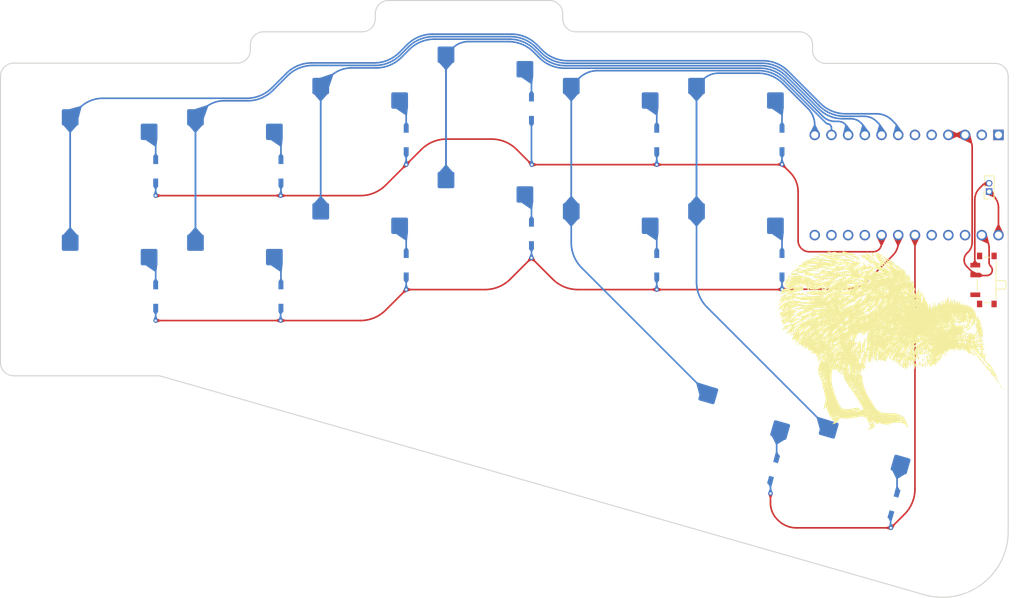
<source format=kicad_pcb>
(kicad_pcb (version 20240108) (generator "pcbnew") (generator_version "8.0")
  (layers (0 "F.Cu" signal) (31 "B.Cu" signal) (34 "B.Paste" user) (35 "F.Paste" user) (36 "B.SilkS" user "B.Silkscreen") (37 "F.SilkS" user "F.Silkscreen") (38 "B.Mask" user) (39 "F.Mask" user) (44 "Edge.Cuts" user))
  (net 0 "")
  (net 1 "COLUMN 0")
  (net 2 "COLUMN 1")
  (net 3 "COLUMN 2")
  (net 4 "COLUMN 3")
  (net 5 "COLUMN 4")
  (net 6 "COLUMN 5")
  (net 7 "Row 0")
  (net 8 "Row 1")
  (net 9 "Row 2")
  (net 10 "Net-(BT201--)")
  (net 11 "Net-(BT201-+)")
  (net 12 "Net-(D201-A)")
  (net 13 "Net-(D202-A)")
  (net 14 "Net-(D203-A)")
  (net 15 "Net-(D204-A)")
  (net 16 "Net-(D205-A)")
  (net 17 "Net-(D206-A)")
  (net 18 "Net-(D207-A)")
  (net 19 "Net-(D208-A)")
  (net 20 "Net-(D209-A)")
  (net 21 "Net-(D210-A)")
  (net 22 "Net-(D211-A)")
  (net 23 "Net-(D212-A)")
  (net 24 "Net-(D213-A)")
  (net 25 "Net-(D214-A)")
  (net 26 "GND2")
  (footprint "PCM_Switch_Keyboard_Hotswap_Kailh:SW_Hotswap_Kailh_Choc_V1" (layer "F.Cu") (at 261.6293 117.4927)
    (property "Reference" "SW203" (hide yes))
    (property "Value" "SW_Push" (hide yes))
  )
  (footprint "PCM_Switch_Keyboard_Hotswap_Kailh:SW_Hotswap_Kailh_Choc_V1" (layer "F.Cu") (at 261.6293 136.5427)
    (property "Reference" "SW209" (hide yes))
    (property "Value" "SW_Push" (hide yes))
  )
  (footprint "PCM_Switch_Keyboard_Hotswap_Kailh:SW_Hotswap_Kailh_Choc_V1" (layer "F.Cu") (at 223.5293 122.2552)
    (property "Reference" "SW201" (hide yes))
    (property "Value" "SW_Push" (hide yes))
  )
  (footprint "PCM_Switch_Keyboard_Hotswap_Kailh:SW_Hotswap_Kailh_Choc_V1" (layer "F.Cu") (at 223.5293 141.3052)
    (property "Reference" "SW207" (hide yes))
    (property "Value" "SW_Push" (hide yes))
  )
  (footprint "PCM_Switch_Keyboard_Hotswap_Kailh:SW_Hotswap_Kailh_Choc_V1" (layer "F.Cu") (at 242.5793 141.3052)
    (property "Reference" "SW208" (hide yes))
    (property "Value" "SW_Push" (hide yes))
  )
  (footprint "PCM_Switch_Keyboard_Hotswap_Kailh:SW_Hotswap_Kailh_Choc_V1" (layer "F.Cu") (at 318.7793 136.5427)
    (property "Reference" "SW212" (hide yes))
    (property "Value" "SW_Push" (hide yes))
  )
  (footprint "PCM_Switch_Keyboard_Hotswap_Kailh:SW_Hotswap_Kailh_Choc_V1" (layer "F.Cu") (at 318.7793 117.4927)
    (property "Reference" "SW206" (hide yes))
    (property "Value" "SW_Push" (hide yes))
  )
  (footprint "Button_Switch_SMD:SW_SPDT_PCM12" (layer "F.Cu") (at 359.104307 140.9802 90)
    (property "Reference" "SW215" (hide yes))
    (property "Value" "SW_SPST" (hide yes))
  )
  (footprint "PCM_Switch_Keyboard_Hotswap_Kailh:SW_Hotswap_Kailh_Choc_V1" (layer "F.Cu") (at 242.5793 122.2552)
    (property "Reference" "SW202" (hide yes))
    (property "Value" "SW_Push" (hide yes))
  )
  (footprint "Connector_PinHeader_1.27mm:PinHeader_2x01_P1.27mm_Vertical" (layer "F.Cu") (at 359.7793 127.5427 90)
    (property "Reference" "BT201" (hide yes))
    (property "Value" "Battery_Cell" (hide yes))
  )
  (footprint "PCM_Switch_Keyboard_Hotswap_Kailh:SW_Hotswap_Kailh_Choc_V1" (layer "F.Cu") (at 299.7293 117.4927)
    (property "Reference" "SW205" (hide yes))
    (property "Value" "SW_Push" (hide yes))
  )
  (footprint "PCM_Switch_Keyboard_Hotswap_Kailh:SW_Hotswap_Kailh_Choc_V1" (layer "F.Cu") (at 337.091335 170.354809 -16)
    (property "Reference" "SW214" (hide yes))
    (property "Value" "SW_Push" (hide yes))
  )
  (footprint "PCM_Switch_Keyboard_Hotswap_Kailh:SW_Hotswap_Kailh_Choc_V1" (layer "F.Cu") (at 299.7293 136.5427)
    (property "Reference" "SW211" (hide yes))
    (property "Value" "SW_Push" (hide yes))
  )
  (footprint "PCM_Switch_Keyboard_Hotswap_Kailh:SW_Hotswap_Kailh_Choc_V1" (layer "F.Cu") (at 280.6793 131.7802)
    (property "Reference" "SW210" (hide yes))
    (property "Value" "SW_Push" (hide yes))
  )
  (footprint "graphics:kiwi" (layer "F.Cu") (at 346.3503 152.199831 180)
    (property "Reference" "G***" (hide yes))
    (property "Value" "LOGO" (hide yes))
  )
  (footprint "PCM_Switch_Keyboard_Hotswap_Kailh:SW_Hotswap_Kailh_Choc_V1" (layer "F.Cu") (at 318.7793 165.1177 -16)
    (property "Reference" "SW213" (hide yes))
    (property "Value" "SW_Push" (hide yes))
  )
  (footprint "promicro:ProMicro-NoSilk" (layer "F.Cu") (at 347.2293 126.5427 180)
    (property "Reference" "U201" (hide yes))
    (property "Value" "ProMicro" (hide yes))
  )
  (footprint "PCM_Switch_Keyboard_Hotswap_Kailh:SW_Hotswap_Kailh_Choc_V1" (layer "F.Cu") (at 280.6793 112.7302)
    (property "Reference" "SW204" (hide yes))
    (property "Value" "SW_Push" (hide yes))
  )
  (footprint "1N4148W:SOD3716X145N" (layer "B.Cu") (at 252.0793 143.5052 90)
    (property "Reference" "D208" (hide yes))
    (property "Value" "D" (hide yes))
  )
  (footprint "1N4148W:SOD3716X145N" (layer "B.Cu") (at 328.2793 119.6927 90)
    (property "Reference" "D206" (hide yes))
    (property "Value" "D" (hide yes))
  )
  (footprint "1N4148W:SOD3716X145N" (layer "B.Cu") (at 309.2293 138.7427 90)
    (property "Reference" "D211" (hide yes))
    (property "Value" "D" (hide yes))
  )
  (footprint "1N4148W:SOD3716X145N" (layer "B.Cu") (at 233.0293 124.4552 90)
    (property "Reference" "D201" (hide yes))
    (property "Value" "D" (hide yes))
  )
  (footprint "1N4148W:SOD3716X145N" (layer "B.Cu") (at 271.1293 119.6927 90)
    (property "Reference" "D203" (hide yes))
    (property "Value" "D" (hide yes))
  )
  (footprint "1N4148W:SOD3716X145N" (layer "B.Cu") (at 252.0793 124.4552 90)
    (property "Reference" "D202" (hide yes))
    (property "Value" "D" (hide yes))
  )
  (footprint "1N4148W:SOD3716X145N" (layer "B.Cu") (at 309.2293 119.6927 90)
    (property "Reference" "D205" (hide yes))
    (property "Value" "D" (hide yes))
  )
  (footprint "1N4148W:SOD3716X145N" (layer "B.Cu") (at 233.0293 143.5052 90)
    (property "Reference" "D207" (hide yes))
    (property "Value" "D" (hide yes))
  )
  (footprint "1N4148W:SOD3716X145N" (layer "B.Cu") (at 271.1293 138.7427 90)
    (property "Reference" "D209" (hide yes))
    (property "Value" "D" (hide yes))
  )
  (footprint "1N4148W:SOD3716X145N" (layer "B.Cu") (at 326.997446 169.807823 74)
    (property "Reference" "D213" (hide yes))
    (property "Value" "D" (hide yes))
  )
  (footprint "1N4148W:SOD3716X145N" (layer "B.Cu") (at 290.1793 133.9802 90)
    (property "Reference" "D210" (hide yes))
    (property "Value" "D" (hide yes))
  )
  (footprint "1N4148W:SOD3716X145N" (layer "B.Cu") (at 345.309481 175.044932 74)
    (property "Reference" "D214" (hide yes))
    (property "Value" "D" (hide yes))
  )
  (footprint "1N4148W:SOD3716X145N" (layer "B.Cu") (at 328.2793 138.7427 90)
    (property "Reference" "D212" (hide yes))
    (property "Value" "D" (hide yes))
  )
  (footprint "1N4148W:SOD3716X145N" (layer "B.Cu") (at 290.1793 114.9302 90)
    (property "Reference" "D204" (hide yes))
    (property "Value" "D" (hide yes))
  )
  (gr_line (start 362.6793 110.0427) (end 362.6793 179.239583) (stroke (width 0.15)) (layer "Edge.Cuts"))
  (gr_line (start 296.9293 103.2427) (end 330.9293 103.2427) (stroke (width 0.15)) (layer "Edge.Cuts"))
  (gr_arc (start 266.4293 101.2427) (mid 265.843526 102.656933) (end 264.4293 103.2427) (stroke (width 0.15)) (layer "Edge.Cuts"))
  (gr_arc (start 266.4293 100.4802) (mid 267.015099 99.066006) (end 268.4293 98.4802) (stroke (width 0.15)) (layer "Edge.Cuts"))
  (gr_arc (start 330.9293 103.2427) (mid 332.343501 103.828485) (end 332.9293 105.2427) (stroke (width 0.15)) (layer "Edge.Cuts"))
  (gr_line (start 264.4293 103.2427) (end 249.4293 103.2427) (stroke (width 0.15)) (layer "Edge.Cuts"))
  (gr_arc (start 362.6793 179.239583) (mid 358.699016 187.224806) (end 349.926658 188.853269) (stroke (width 0.15)) (layer "Edge.Cuts"))
  (gr_line (start 247.4293 105.2427) (end 247.4293 106.0052) (stroke (width 0.15)) (layer "Edge.Cuts"))
  (gr_arc (start 247.4293 105.2427) (mid 248.015099 103.828506) (end 249.4293 103.2427) (stroke (width 0.15)) (layer "Edge.Cuts"))
  (gr_arc (start 292.9293 98.4802) (mid 294.343501 99.065985) (end 294.9293 100.4802) (stroke (width 0.15)) (layer "Edge.Cuts"))
  (gr_arc (start 296.9293 103.2427) (mid 295.515074 102.656912) (end 294.9293 101.2427) (stroke (width 0.15)) (layer "Edge.Cuts"))
  (gr_arc (start 209.4293 110.0052) (mid 210.015099 108.591006) (end 211.4293 108.0052) (stroke (width 0.15)) (layer "Edge.Cuts"))
  (gr_line (start 294.9293 101.2427) (end 294.9293 100.4802) (stroke (width 0.15)) (layer "Edge.Cuts"))
  (gr_line (start 266.4293 100.4802) (end 266.4293 101.2427) (stroke (width 0.15)) (layer "Edge.Cuts"))
  (gr_arc (start 247.4293 106.0052) (mid 246.843526 107.419433) (end 245.4293 108.0052) (stroke (width 0.15)) (layer "Edge.Cuts"))
  (gr_arc (start 334.9293 108.0427) (mid 333.515074 107.456912) (end 332.9293 106.0427) (stroke (width 0.15)) (layer "Edge.Cuts"))
  (gr_line (start 233.90273 155.632677) (end 349.926658 188.853269) (stroke (width 0.15)) (layer "Edge.Cuts"))
  (gr_arc (start 233.351455 155.5552) (mid 233.629802 155.574663) (end 233.90273 155.632677) (stroke (width 0.15)) (layer "Edge.Cuts"))
  (gr_line (start 211.4293 155.5552) (end 233.351455 155.5552) (stroke (width 0.15)) (layer "Edge.Cuts"))
  (gr_line (start 211.4293 108.0052) (end 245.4293 108.0052) (stroke (width 0.15)) (layer "Edge.Cuts"))
  (gr_line (start 209.4293 153.5552) (end 209.4293 110.0052) (stroke (width 0.15)) (layer "Edge.Cuts"))
  (gr_line (start 332.9293 106.0427) (end 332.9293 105.2427) (stroke (width 0.15)) (layer "Edge.Cuts"))
  (gr_arc (start 360.6793 108.0427) (mid 362.093501 108.628485) (end 362.6793 110.0427) (stroke (width 0.15)) (layer "Edge.Cuts"))
  (gr_line (start 360.6793 108.0427) (end 334.9293 108.0427) (stroke (width 0.15)) (layer "Edge.Cuts"))
  (gr_line (start 292.9293 98.4802) (end 268.4293 98.4802) (stroke (width 0.15)) (layer "Edge.Cuts"))
  (gr_arc (start 211.4293 155.5552) (mid 210.015074 154.969412) (end 209.4293 153.5552) (stroke (width 0.15)) (layer "Edge.Cuts"))
  (segment (start 252.902006 109.569992) (end 250.712592 111.759407) (width 0.25) (layer "B.Cu") (net 1))
  (segment (start 220.0293 116.2552) (end 220.0293 135.3052) (width 0.25) (layer "B.Cu") (net 1))
  (segment (start 345.9593 118.2822) (end 345.9593 118.9227) (width 0.25) (layer "B.Cu") (net 1))
  (segment (start 342.664583 115.7117) (end 337.952263 115.7117) (width 0.25) (layer "B.Cu") (net 1))
  (segment (start 220.0293 116.2552) (end 221.4803 114.8042) (width 0.25) (layer "B.Cu") (net 1))
  (segment (start 270.089592 106.382406) (end 271.279007 105.192992) (width 0.25) (layer "B.Cu") (net 1))
  (segment (start 220.0293 116.2552) (end 220.0293 135.3052) (width 0.25) (layer "B.Cu") (net 1))
  (segment (start 290.979592 105.192992) (end 291.835507 106.048907) (width 0.25) (layer "B.Cu") (net 1))
  (segment (start 287.131836 103.5992) (end 275.126763 103.5992) (width 0.25) (layer "B.Cu") (net 1))
  (segment (start 295.683263 107.6427) (end 325.375336 107.6427) (width 0.25) (layer "B.Cu") (net 1))
  (segment (start 334.104507 114.117907) (end 329.223092 109.236492) (width 0.25) (layer "B.Cu") (net 1))
  (segment (start 224.983323 113.3532) (end 246.864836 113.3532) (width 0.25) (layer "B.Cu") (net 1))
  (segment (start 266.241836 107.9762) (end 256.749763 107.9762) (width 0.25) (layer "B.Cu") (net 1))
  (segment (start 345.506398 117.188798) (end 344.9943 116.6767) (width 0.25) (layer "B.Cu") (net 1))
  (arc (start 345.506398 117.188798) (mid 345.841594 117.690455) (end 345.9593 118.2822) (width 0.25) (layer "B.Cu") (net 1))
  (arc (start 329.223092 109.236492) (mid 327.457726 108.056913) (end 325.375336 107.6427) (width 0.25) (layer "B.Cu") (net 1))
  (arc (start 256.749763 107.9762) (mid 254.667372 108.390413) (end 252.902006 109.569992) (width 0.25) (layer "B.Cu") (net 1))
  (arc (start 291.835507 106.048907) (mid 293.600872 107.228486) (end 295.683263 107.6427) (width 0.25) (layer "B.Cu") (net 1))
  (arc (start 334.104507 114.117907) (mid 335.869872 115.297486) (end 337.952263 115.7117) (width 0.25) (layer "B.Cu") (net 1))
  (arc (start 344.9943 116.6767) (mid 343.925416 115.962495) (end 342.664583 115.7117) (width 0.25) (layer "B.Cu") (net 1))
  (arc (start 275.126763 103.5992) (mid 273.044372 104.013413) (end 271.279007 105.192992) (width 0.25) (layer "B.Cu") (net 1))
  (arc (start 224.983323 113.3532) (mid 223.0875 113.730302) (end 221.4803 114.8042) (width 0.25) (layer "B.Cu") (net 1))
  (arc (start 290.979592 105.192992) (mid 289.214226 104.013413) (end 287.131836 103.5992) (width 0.25) (layer "B.Cu") (net 1))
  (arc (start 250.712592 111.759407) (mid 248.947226 112.938986) (end 246.864836 113.3532) (width 0.25) (layer "B.Cu") (net 1))
  (arc (start 270.089592 106.382406) (mid 268.324226 107.561986) (end 266.241836 107.9762) (width 0.25) (layer "B.Cu") (net 1))
  (segment (start 266.397994 108.3532) (end 256.905921 108.3532) (width 0.25) (layer "B.Cu") (net 2))
  (segment (start 340.783527 116.0887) (end 337.796105 116.0887) (width 0.25) (layer "B.Cu") (net 2))
  (segment (start 240.3418 114.9927) (end 239.0793 116.2552) (width 0.25) (layer "B.Cu") (net 2))
  (segment (start 271.435164 105.569992) (end 270.24575 106.759407) (width 0.25) (layer "B.Cu") (net 2))
  (segment (start 329.066934 109.613492) (end 333.948349 114.494907) (width 0.25) (layer "B.Cu") (net 2))
  (segment (start 239.0793 135.3052) (end 239.0793 116.2552) (width 0.25) (layer "B.Cu") (net 2))
  (segment (start 275.282921 103.9762) (end 286.975678 103.9762) (width 0.25) (layer "B.Cu") (net 2))
  (segment (start 343.4193 118.2777) (end 343.4193 118.9227) (width 0.25) (layer "B.Cu") (net 2))
  (segment (start 295.527105 108.0197) (end 325.219178 108.0197) (width 0.25) (layer "B.Cu") (net 2))
  (segment (start 342.963216 117.176616) (end 342.6473 116.8607) (width 0.25) (layer "B.Cu") (net 2))
  (segment (start 291.679349 106.425907) (end 290.823434 105.569992) (width 0.25) (layer "B.Cu") (net 2))
  (segment (start 239.0793 135.3052) (end 239.0793 116.2552) (width 0.25) (layer "B.Cu") (net 2))
  (segment (start 250.86875 112.136407) (end 253.058165 109.946992) (width 0.25) (layer "B.Cu") (net 2))
  (segment (start 247.020994 113.7302) (end 243.389744 113.7302) (width 0.25) (layer "B.Cu") (net 2))
  (arc (start 256.905921 108.3532) (mid 254.82353 108.767413) (end 253.058165 109.946992) (width 0.25) (layer "B.Cu") (net 2))
  (arc (start 270.24575 106.759407) (mid 268.480384 107.938986) (end 266.397994 108.3532) (width 0.25) (layer "B.Cu") (net 2))
  (arc (start 342.963216 117.176616) (mid 343.300767 117.681797) (end 343.4193 118.2777) (width 0.25) (layer "B.Cu") (net 2))
  (arc (start 275.282921 103.9762) (mid 273.20053 104.390413) (end 271.435164 105.569992) (width 0.25) (layer "B.Cu") (net 2))
  (arc (start 243.389744 113.7302) (mid 241.740208 114.058313) (end 240.3418 114.9927) (width 0.25) (layer "B.Cu") (net 2))
  (arc (start 329.066934 109.613492) (mid 327.301568 108.433913) (end 325.219178 108.0197) (width 0.25) (layer "B.Cu") (net 2))
  (arc (start 250.86875 112.136407) (mid 249.103384 113.315986) (end 247.020994 113.7302) (width 0.25) (layer "B.Cu") (net 2))
  (arc (start 291.679349 106.425907) (mid 293.444714 107.605486) (end 295.527105 108.0197) (width 0.25) (layer "B.Cu") (net 2))
  (arc (start 290.823434 105.569992) (mid 289.058068 104.390413) (end 286.975678 103.9762) (width 0.25) (layer "B.Cu") (net 2))
  (arc (start 342.6473 116.8607) (mid 341.792193 116.289336) (end 340.783527 116.0887) (width 0.25) (layer "B.Cu") (net 2))
  (arc (start 333.948349 114.494907) (mid 335.713714 115.674486) (end 337.796105 116.0887) (width 0.25) (layer "B.Cu") (net 2))
  (segment (start 259.51055 110.11145) (end 258.1293 111.4927) (width 0.25) (layer "B.Cu") (net 3))
  (segment (start 291.523191 106.802907) (end 290.667276 105.946992) (width 0.25) (layer "B.Cu") (net 3))
  (segment (start 258.1293 111.4927) (end 258.1293 130.5427) (width 0.25) (layer "B.Cu") (net 3))
  (segment (start 295.370947 108.3967) (end 325.06302 108.3967) (width 0.25) (layer "B.Cu") (net 3))
  (segment (start 262.845182 108.7302) (end 266.554152 108.7302) (width 0.25) (layer "B.Cu") (net 3))
  (segment (start 340.444429 117.257829) (end 340.2658 117.0792) (width 0.25) (layer "B.Cu") (net 3))
  (segment (start 340.8793 118.3077) (end 340.8793 118.9227) (width 0.25) (layer "B.Cu") (net 3))
  (segment (start 275.439079 104.3532) (end 286.81952 104.3532) (width 0.25) (layer "B.Cu") (net 3))
  (segment (start 338.784679 116.4657) (end 337.519142 116.4657) (width 0.25) (layer "B.Cu") (net 3))
  (segment (start 333.877613 114.957329) (end 328.910776 109.990492) (width 0.25) (layer "B.Cu") (net 3))
  (segment (start 258.1293 111.4927) (end 258.1293 130.5427) (width 0.25) (layer "B.Cu") (net 3))
  (segment (start 271.591322 105.946992) (end 270.401908 107.136407) (width 0.25) (layer "B.Cu") (net 3))
  (arc (start 290.667276 105.946992) (mid 288.90191 104.767413) (end 286.81952 104.3532) (width 0.25) (layer "B.Cu") (net 3))
  (arc (start 328.910776 109.990492) (mid 327.14541 108.810913) (end 325.06302 108.3967) (width 0.25) (layer "B.Cu") (net 3))
  (arc (start 291.523191 106.802907) (mid 293.288556 107.982486) (end 295.370947 108.3967) (width 0.25) (layer "B.Cu") (net 3))
  (arc (start 333.877613 114.957329) (mid 335.54836 116.073687) (end 337.519142 116.4657) (width 0.25) (layer "B.Cu") (net 3))
  (arc (start 262.845182 108.7302) (mid 261.040492 109.089175) (end 259.51055 110.11145) (width 0.25) (layer "B.Cu") (net 3))
  (arc (start 340.444429 117.257829) (mid 340.76628 117.739514) (end 340.8793 118.3077) (width 0.25) (layer "B.Cu") (net 3))
  (arc (start 275.439079 104.3532) (mid 273.356688 104.767413) (end 271.591322 105.946992) (width 0.25) (layer "B.Cu") (net 3))
  (arc (start 340.2658 117.0792) (mid 339.586256 116.625143) (end 338.784679 116.4657) (width 0.25) (layer "B.Cu") (net 3))
  (arc (start 270.401908 107.136407) (mid 268.636542 108.315986) (end 266.554152 108.7302) (width 0.25) (layer "B.Cu") (net 3))
  (segment (start 290.511118 106.323992) (end 291.367033 107.179907) (width 0.25) (layer "B.Cu") (net 4))
  (segment (start 336.825096 116.8657) (end 336.352563 116.8657) (width 0.25) (layer "B.Cu") (net 4))
  (segment (start 278.1793 105.7302) (end 277.1793 106.7302) (width 0.25) (layer "B.Cu") (net 4))
  (segment (start 280.593513 104.7302) (end 286.663362 104.7302) (width 0.25) (layer "B.Cu") (net 4))
  (segment (start 337.8958 117.3092) (end 337.925642 117.339042) (width 0.25) (layer "B.Cu") (net 4))
  (segment (start 277.1793 106.7302) (end 277.1793 125.7802) (width 0.25) (layer "B.Cu") (net 4))
  (segment (start 277.1793 106.7302) (end 277.1793 125.7802) (width 0.25) (layer "B.Cu") (net 4))
  (segment (start 324.906862 108.7737) (end 295.214789 108.7737) (width 0.25) (layer "B.Cu") (net 4))
  (segment (start 328.754618 110.367492) (end 334.475194 116.088068) (width 0.25) (layer "B.Cu") (net 4))
  (segment (start 338.3393 118.3377) (end 338.3393 118.9227) (width 0.25) (layer "B.Cu") (net 4))
  (arc (start 280.593513 104.7302) (mid 279.28695 104.990091) (end 278.1793 105.7302) (width 0.25) (layer "B.Cu") (net 4))
  (arc (start 291.367033 107.179907) (mid 293.132398 108.359486) (end 295.214789 108.7737) (width 0.25) (layer "B.Cu") (net 4))
  (arc (start 334.475194 116.088068) (mid 335.336538 116.6636) (end 336.352563 116.8657) (width 0.25) (layer "B.Cu") (net 4))
  (arc (start 290.511118 106.323992) (mid 288.745752 105.144413) (end 286.663362 104.7302) (width 0.25) (layer "B.Cu") (net 4))
  (arc (start 337.8958 117.3092) (mid 337.404556 116.980961) (end 336.825096 116.8657) (width 0.25) (layer "B.Cu") (net 4))
  (arc (start 337.925642 117.339042) (mid 338.231793 117.79723) (end 338.3393 118.3377) (width 0.25) (layer "B.Cu") (net 4))
  (arc (start 328.754618 110.367492) (mid 326.989252 109.187913) (end 324.906862 108.7737) (width 0.25) (layer "B.Cu") (net 4))
  (segment (start 296.2293 111.4927) (end 296.2293 130.5427) (width 0.25) (layer "B.Cu") (net 5))
  (segment (start 296.2293 111.4927) (end 296.2293 130.5427) (width 0.25) (layer "B.Cu") (net 5))
  (segment (start 296.2293 135.292027) (end 296.2293 130.5427) (width 0.25) (layer "B.Cu") (net 5))
  (segment (start 335.546903 117.360303) (end 335.6143 117.4277) (width 0.25) (layer "B.Cu") (net 5))
  (segment (start 335.7993 117.874329) (end 335.7993 118.9227) (width 0.25) (layer "B.Cu") (net 5))
  (segment (start 324.750704 109.1507) (end 300.227344 109.1507) (width 0.25) (layer "B.Cu") (net 5))
  (segment (start 328.59846 110.744492) (end 334.979064 117.125096) (width 0.25) (layer "B.Cu") (net 5))
  (segment (start 297.823092 139.139783) (end 317.068708 158.385399) (width 0.25) (layer "B.Cu") (net 5))
  (segment (start 297.4003 110.3217) (end 296.2293 111.4927) (width 0.25) (layer "B.Cu") (net 5))
  (arc (start 335.6143 117.4277) (mid 335.75122 117.632615) (end 335.7993 117.874329) (width 0.25) (layer "B.Cu") (net 5))
  (arc (start 328.59846 110.744492) (mid 326.833094 109.564913) (end 324.750704 109.1507) (width 0.25) (layer "B.Cu") (net 5))
  (arc (start 335.546903 117.360303) (mid 335.416639 117.273264) (end 335.262984 117.2427) (width 0.25) (layer "B.Cu") (net 5))
  (arc (start 334.979064 117.125096) (mid 335.109327 117.212135) (end 335.262984 117.2427) (width 0.25) (layer "B.Cu") (net 5))
  (arc (start 296.2293 135.292027) (mid 296.643513 137.374417) (end 297.823092 139.139783) (width 0.25) (layer "B.Cu") (net 5))
  (arc (start 300.227344 109.1507) (mid 298.697358 109.455032) (end 297.4003 110.3217) (width 0.25) (layer "B.Cu") (net 5))
  (segment (start 333.2593 117.430595) (end 333.2593 118.9227) (width 0.25) (layer "B.Cu") (net 6))
  (segment (start 318.633764 109.5277) (end 324.594546 109.5277) (width 0.25) (layer "B.Cu") (net 6))
  (segment (start 315.2793 111.4927) (end 315.2793 130.5427) (width 0.25) (layer "B.Cu") (net 6))
  (segment (start 315.2793 111.4927) (end 316.2618 110.5102) (width 0.25) (layer "B.Cu") (net 6))
  (segment (start 332.204222 114.883412) (end 328.442302 111.121492) (width 0.25) (layer "B.Cu") (net 6))
  (segment (start 315.2793 111.4927) (end 315.2793 130.5427) (width 0.25) (layer "B.Cu") (net 6))
  (segment (start 315.2793 141.267101) (end 315.2793 130.5427) (width 0.25) (layer "B.Cu") (net 6))
  (segment (start 316.873092 145.114857) (end 335.380743 163.622508) (width 0.25) (layer "B.Cu") (net 6))
  (arc (start 332.204222 114.883412) (mid 332.985094 116.052069) (end 333.2593 117.430595) (width 0.25) (layer "B.Cu") (net 6))
  (arc (start 315.2793 141.267101) (mid 315.693513 143.349491) (end 316.873092 145.114857) (width 0.25) (layer "B.Cu") (net 6))
  (arc (start 328.442302 111.121492) (mid 326.676936 109.941913) (end 324.594546 109.5277) (width 0.25) (layer "B.Cu") (net 6))
  (arc (start 318.633764 109.5277) (mid 317.350066 109.783043) (end 316.2618 110.5102) (width 0.25) (layer "B.Cu") (net 6))
  (segment (start 284.087855 119.555219) (end 277.270744 119.555219) (width 0.25) (layer "F.Cu") (net 7))
  (segment (start 328.2793 123.3927) (end 328.2543 123.4177) (width 0.25) (layer "F.Cu") (net 7))
  (segment (start 271.1293 123.4427) (end 268.010592 126.561407) (width 0.25) (layer "F.Cu") (net 7))
  (segment (start 287.935611 121.149011) (end 290.2293 123.4427) (width 0.25) (layer "F.Cu") (net 7))
  (segment (start 330.7293 134.985593) (end 330.7293 127.575111) (width 0.25) (layer "F.Cu") (net 7))
  (segment (start 343.4193 135.42944) (end 343.4193 134.1627) (width 0.25) (layer "F.Cu") (net 7))
  (segment (start 328.193944 123.4427) (end 309.2293 123.4427) (width 0.25) (layer "F.Cu") (net 7))
  (segment (start 252.0293 128.1552) (end 233.0293 128.1552) (width 0.25) (layer "F.Cu") (net 7))
  (segment (start 342.15604 136.6927) (end 332.436406 136.6927) (width 0.25) (layer "F.Cu") (net 7))
  (segment (start 271.1293 123.4427) (end 273.422988 121.149011) (width 0.25) (layer "F.Cu") (net 7))
  (segment (start 309.2293 123.4427) (end 290.2293 123.4427) (width 0.25) (layer "F.Cu") (net 7))
  (segment (start 252.0293 128.1552) (end 264.162836 128.1552) (width 0.25) (layer "F.Cu") (net 7))
  (segment (start 328.2793 123.3927) (end 329.5043 124.6177) (width 0.25) (layer "F.Cu") (net 7))
  (via micro (at 252.0293 128.1552) (size 0.6858) (drill 0.3302) (layers "F.Cu" "B.Cu") (net 7))
  (via micro (at 309.2293 123.4427) (size 0.6858) (drill 0.3302) (layers "F.Cu" "B.Cu") (net 7))
  (via micro (at 233.0293 128.1552) (size 0.6858) (drill 0.3302) (layers "F.Cu" "B.Cu") (net 7))
  (via micro (at 290.2293 123.4427) (size 0.6858) (drill 0.3302) (layers "F.Cu" "B.Cu") (net 7))
  (via micro (at 271.1293 123.4427) (size 0.6858) (drill 0.3302) (layers "F.Cu" "B.Cu") (net 7))
  (via micro (at 328.2793 123.3927) (size 0.6858) (drill 0.3302) (layers "F.Cu" "B.Cu") (net 7))
  (arc (start 277.270744 119.555219) (mid 275.188353 119.969432) (end 273.422988 121.149011) (width 0.25) (layer "F.Cu") (net 7))
  (arc (start 287.935611 121.149011) (mid 286.170245 119.969432) (end 284.087855 119.555219) (width 0.25) (layer "F.Cu") (net 7))
  (arc (start 343.4193 135.42944) (mid 343.32314 135.912869) (end 343.0493 136.3227) (width 0.25) (layer "F.Cu") (net 7))
  (arc (start 329.5043 124.6177) (mid 330.410932 125.974571) (end 330.7293 127.575111) (width 0.25) (layer "F.Cu") (net 7))
  (arc (start 328.2543 123.4177) (mid 328.226608 123.436202) (end 328.193944 123.4427) (width 0.25) (layer "F.Cu") (net 7))
  (arc (start 343.0493 136.3227) (mid 342.639469 136.59654) (end 342.15604 136.6927) (width 0.25) (layer "F.Cu") (net 7))
  (arc (start 331.2293 136.1927) (mid 331.783125 136.562754) (end 332.436406 136.6927) (width 0.25) (layer "F.Cu") (net 7))
  (arc (start 330.7293 134.985593) (mid 330.859245 135.638874) (end 331.2293 136.1927) (width 0.25) (layer "F.Cu") (net 7))
  (arc (start 268.010592 126.561407) (mid 266.245226 127.740986) (end 264.162836 128.1552) (width 0.25) (layer "F.Cu") (net 7))
  (segment (start 328.2793 123.3927) (end 328.2793 121.3927) (width 0.25) (layer "B.Cu") (net 7))
  (segment (start 252.0543 128.1302) (end 252.0293 128.1552) (width 0.25) (layer "B.Cu") (net 7))
  (segment (start 309.2293 123.4427) (end 309.2293 121.4427) (width 0.25) (layer "B.Cu") (net 7))
  (segment (start 290.1793 123.357344) (end 290.1793 116.6302) (width 0.25) (layer "B.Cu") (net 7))
  (segment (start 271.1293 123.4427) (end 271.1293 121.4427) (width 0.25) (layer "B.Cu") (net 7))
  (segment (start 252.0543 126.1802) (end 252.0293 126.1552) (width 0.25) (layer "B.Cu") (net 7))
  (segment (start 233.0293 128.1552) (end 233.0293 126.1552) (width 0.25) (layer "B.Cu") (net 7))
  (segment (start 252.0793 126.240555) (end 252.0793 128.069844) (width 0.25) (layer "B.Cu") (net 7))
  (segment (start 290.2293 123.4427) (end 290.2043 123.4177) (width 0.25) (layer "B.Cu") (net 7))
  (arc (start 252.0543 126.1802) (mid 252.072802 126.207891) (end 252.0793 126.240555) (width 0.25) (layer "B.Cu") (net 7))
  (arc (start 252.0793 128.069844) (mid 252.072802 128.102508) (end 252.0543 128.1302) (width 0.25) (layer "B.Cu") (net 7))
  (arc (start 290.1793 123.357344) (mid 290.185797 123.390008) (end 290.2043 123.4177) (width 0.25) (layer "B.Cu") (net 7))
  (segment (start 264.162836 147.1552) (end 252.0293 147.1552) (width 0.25) (layer "F.Cu") (net 8))
  (segment (start 290.1793 137.6302) (end 286.960592 140.848907) (width 0.25) (layer "F.Cu") (net 8))
  (segment (start 345.9593 135.2877) (end 345.9593 134.1627) (width 0.25) (layer "F.Cu") (net 8))
  (segment (start 271.1293 142.4427) (end 283.112836 142.4427) (width 0.25) (layer "F.Cu") (net 8))
  (segment (start 341.573092 140.798907) (end 345.163804 137.208195) (width 0.25) (layer "F.Cu") (net 8))
  (segment (start 328.2793 142.3927) (end 328.2543 142.4177) (width 0.25) (layer "F.Cu") (net 8))
  (segment (start 271.1293 142.4427) (end 268.010592 145.561407) (width 0.25) (layer "F.Cu") (net 8))
  (segment (start 328.193944 142.4427) (end 309.2293 142.4427) (width 0.25) (layer "F.Cu") (net 8))
  (segment (start 293.398007 140.848907) (end 290.1793 137.6302) (width 0.25) (layer "F.Cu") (net 8))
  (segment (start 297.245763 142.4427) (end 309.2293 142.4427) (width 0.25) (layer "F.Cu") (net 8))
  (segment (start 252.0293 147.1552) (end 233.0293 147.1552) (width 0.25) (layer "F.Cu") (net 8))
  (segment (start 328.2793 142.3927) (end 337.725336 142.3927) (width 0.25) (layer "F.Cu") (net 8))
  (via micro (at 290.1793 137.6302) (size 0.6858) (drill 0.3302) (layers "F.Cu" "B.Cu") (net 8))
  (via micro (at 252.0293 147.1552) (size 0.6858) (drill 0.3302) (layers "F.Cu" "B.Cu") (net 8))
  (via micro (at 233.0293 147.1552) (size 0.6858) (drill 0.3302) (layers "F.Cu" "B.Cu") (net 8))
  (via micro (at 328.2793 142.3927) (size 0.6858) (drill 0.3302) (layers "F.Cu" "B.Cu") (net 8))
  (via micro (at 271.1293 142.4427) (size 0.6858) (drill 0.3302) (layers "F.Cu" "B.Cu") (net 8))
  (via micro (at 309.2293 142.4427) (size 0.6858) (drill 0.3302) (layers "F.Cu" "B.Cu") (net 8))
  (arc (start 268.010592 145.561407) (mid 266.245226 146.740986) (end 264.162836 147.1552) (width 0.25) (layer "F.Cu") (net 8))
  (arc (start 345.9593 135.2877) (mid 345.752557 136.327064) (end 345.163804 137.208195) (width 0.25) (layer "F.Cu") (net 8))
  (arc (start 328.2543 142.4177) (mid 328.226608 142.436202) (end 328.193944 142.4427) (width 0.25) (layer "F.Cu") (net 8))
  (arc (start 293.398007 140.848907) (mid 295.163372 142.028486) (end 297.245763 142.4427) (width 0.25) (layer "F.Cu") (net 8))
  (arc (start 286.960592 140.848907) (mid 285.195226 142.028486) (end 283.112836 142.4427) (width 0.25) (layer "F.Cu") (net 8))
  (arc (start 341.573092 140.798907) (mid 339.807726 141.978486) (end 337.725336 142.3927) (width 0.25) (layer "F.Cu") (net 8))
  (segment (start 290.1793 137.6302) (end 290.1793 135.6302) (width 0.25) (layer "B.Cu") (net 8))
  (segment (start 309.2293 142.4427) (end 309.2293 140.4427) (width 0.25) (layer "B.Cu") (net 8))
  (segment (start 233.0293 147.1552) (end 233.0293 145.1552) (width 0.25) (layer "B.Cu") (net 8))
  (segment (start 328.2793 142.3927) (end 328.2793 140.3927) (width 0.25) (layer "B.Cu") (net 8))
  (segment (start 252.0293 147.1552) (end 252.0293 145.1552) (width 0.25) (layer "B.Cu") (net 8))
  (segment (start 271.1293 142.4427) (end 271.1293 140.4427) (width 0.25) (layer "B.Cu") (net 8))
  (segment (start 348.4993 172.76671) (end 348.4993 134.1627) (width 0.25) (layer "F.Cu") (net 9))
  (segment (start 330.475752 178.679077) (end 344.840897 178.679077) (width 0.25) (layer "F.Cu") (net 9))
  (segment (start 346.905507 176.614466) (end 344.840897 178.679077) (width 0.25) (layer "F.Cu") (net 9))
  (segment (start 326.528862 173.441968) (end 326.528862 174.904505) (width 0.25) (layer "F.Cu") (net 9))
  (segment (start 327.684879 177.523059) (end 327.563031 177.401211) (width 0.25) (layer "F.Cu") (net 9))
  (via micro (at 326.528862 173.441968) (size 0.6858) (drill 0.3302) (layers "F.Cu" "B.Cu") (net 9))
  (via micro (at 344.840897 178.679077) (size 0.6858) (drill 0.3302) (layers "F.Cu" "B.Cu") (net 9))
  (arc (start 348.4993 172.76671) (mid 348.085086 174.8491) (end 346.905507 176.614466) (width 0.25) (layer "F.Cu") (net 9))
  (arc (start 327.684879 177.523059) (mid 328.965342 178.378637) (end 330.475752 178.679077) (width 0.25) (layer "F.Cu") (net 9))
  (arc (start 326.528862 174.904505) (mid 326.797633 176.255712) (end 327.563031 177.401211) (width 0.25) (layer "F.Cu") (net 9))
  (segment (start 326.528862 173.441968) (end 326.528862 171.441968) (width 0.25) (layer "B.Cu") (net 9))
  (segment (start 344.7993 176.750087) (end 344.7993 178.608066) (width 0.25) (layer "B.Cu") (net 9))
  (segment (start 344.840897 178.679077) (end 344.820098 178.658278) (width 0.25) (layer "B.Cu") (net 9))
  (segment (start 344.820098 176.699875) (end 344.834273 176.6857) (width 0.25) (layer "B.Cu") (net 9))
  (segment (start 344.832703 176.683618) (end 344.82451 176.688159) (width 0.25) (layer "B.Cu") (net 9))
  (arc (start 344.834273 176.6857) (mid 344.834393 176.683976) (end 344.832703 176.683618) (width 0.25) (layer "B.Cu") (net 9))
  (arc (start 344.7993 178.608066) (mid 344.804705 178.63524) (end 344.820098 178.658278) (width 0.25) (layer "B.Cu") (net 9))
  (arc (start 344.820098 176.699875) (mid 344.804705 176.722912) (end 344.7993 176.750087) (width 0.25) (layer "B.Cu") (net 9))
  (segment (start 357.783044 138.546456) (end 357.966788 138.7302) (width 0.25) (layer "F.Cu") (net 10))
  (segment (start 357.5993 138.102858) (end 357.5993 128.787087) (width 0.25) (layer "F.Cu") (net 10))
  (segment (start 359.425747 126.2727) (end 359.7793 126.2727) (width 0.25) (layer "F.Cu") (net 10))
  (segment (start 358.822194 126.522699) (end 358.335747 127.009147) (width 0.25) (layer "F.Cu") (net 10))
  (arc (start 359.425747 126.2727) (mid 359.099106 126.337672) (end 358.822194 126.522699) (width 0.25) (layer "F.Cu") (net 10))
  (arc (start 357.5993 138.102858) (mid 357.647053 138.342931) (end 357.783044 138.546456) (width 0.25) (layer "F.Cu") (net 10))
  (arc (start 358.335747 127.009147) (mid 357.790696 127.824872) (end 357.5993 128.787087) (width 0.25) (layer "F.Cu") (net 10))
  (segment (start 361.1993 129.966791) (end 361.1993 134.1627) (width 0.25) (layer "F.Cu") (net 11))
  (segment (start 360.4893 128.2527) (end 359.7793 127.5427) (width 0.25) (layer "F.Cu") (net 11))
  (arc (start 360.4893 128.2527) (mid 361.014777 129.039131) (end 361.1993 129.966791) (width 0.25) (layer "F.Cu") (net 11))
  (segment (start 233.0293 120.162306) (end 233.0293 122.7552) (width 0.25) (layer "B.Cu") (net 12))
  (segment (start 232.5293 118.9552) (end 232.0293 118.4552) (width 0.25) (layer "B.Cu") (net 12))
  (arc (start 232.5293 118.9552) (mid 232.899354 119.509025) (end 233.0293 120.162306) (width 0.25) (layer "B.Cu") (net 12))
  (segment (start 252.0793 120.162306) (end 252.0793 122.7552) (width 0.25) (layer "B.Cu") (net 13))
  (segment (start 251.5793 118.9552) (end 251.0793 118.4552) (width 0.25) (layer "B.Cu") (net 13))
  (arc (start 251.5793 118.9552) (mid 251.949354 119.509025) (end 252.0793 120.162306) (width 0.25) (layer "B.Cu") (net 13))
  (segment (start 270.6293 114.1927) (end 270.1293 113.6927) (width 0.25) (layer "B.Cu") (net 14))
  (segment (start 271.1293 115.399806) (end 271.1293 117.9927) (width 0.25) (layer "B.Cu") (net 14))
  (arc (start 270.6293 114.1927) (mid 270.999354 114.746525) (end 271.1293 115.399806) (width 0.25) (layer "B.Cu") (net 14))
  (segment (start 289.6793 109.4302) (end 289.1793 108.9302) (width 0.25) (layer "B.Cu") (net 15))
  (segment (start 290.1793 110.637306) (end 290.1793 113.2302) (width 0.25) (layer "B.Cu") (net 15))
  (arc (start 289.6793 109.4302) (mid 290.049354 109.984025) (end 290.1793 110.637306) (width 0.25) (layer "B.Cu") (net 15))
  (segment (start 309.2293 115.399806) (end 309.2293 117.9927) (width 0.25) (layer "B.Cu") (net 16))
  (segment (start 308.7293 114.1927) (end 308.2293 113.6927) (width 0.25) (layer "B.Cu") (net 16))
  (arc (start 308.7293 114.1927) (mid 309.099354 114.746525) (end 309.2293 115.399806) (width 0.25) (layer "B.Cu") (net 16))
  (segment (start 328.2793 115.399806) (end 328.2793 117.9927) (width 0.25) (layer "B.Cu") (net 17))
  (segment (start 327.7793 114.1927) (end 327.2793 113.6927) (width 0.25) (layer "B.Cu") (net 17))
  (arc (start 327.7793 114.1927) (mid 328.149354 114.746525) (end 328.2793 115.399806) (width 0.25) (layer "B.Cu") (net 17))
  (segment (start 232.5293 138.0052) (end 232.0293 137.5052) (width 0.25) (layer "B.Cu") (net 18))
  (segment (start 233.0293 139.212306) (end 233.0293 141.8052) (width 0.25) (layer "B.Cu") (net 18))
  (arc (start 232.5293 138.0052) (mid 232.899354 138.559025) (end 233.0293 139.212306) (width 0.25) (layer "B.Cu") (net 18))
  (segment (start 252.0793 139.212306) (end 252.0793 141.8052) (width 0.25) (layer "B.Cu") (net 19))
  (segment (start 251.5793 138.0052) (end 251.0793 137.5052) (width 0.25) (layer "B.Cu") (net 19))
  (arc (start 251.5793 138.0052) (mid 251.949354 138.559025) (end 252.0793 139.212306) (width 0.25) (layer "B.Cu") (net 19))
  (segment (start 271.1293 134.449806) (end 271.1293 137.0427) (width 0.25) (layer "B.Cu") (net 20))
  (segment (start 270.6293 133.2427) (end 270.1293 132.7427) (width 0.25) (layer "B.Cu") (net 20))
  (arc (start 270.6293 133.2427) (mid 270.999354 133.796525) (end 271.1293 134.449806) (width 0.25) (layer "B.Cu") (net 20))
  (segment (start 290.1793 129.687306) (end 290.1793 132.2802) (width 0.25) (layer "B.Cu") (net 21))
  (segment (start 289.6793 128.4802) (end 289.1793 127.9802) (width 0.25) (layer "B.Cu") (net 21))
  (arc (start 289.6793 128.4802) (mid 290.049354 129.034025) (end 290.1793 129.687306) (width 0.25) (layer "B.Cu") (net 21))
  (segment (start 308.7293 133.2427) (end 308.2293 132.7427) (width 0.25) (layer "B.Cu") (net 22))
  (segment (start 309.2293 134.449806) (end 309.2293 137.0427) (width 0.25) (layer "B.Cu") (net 22))
  (arc (start 308.7293 133.2427) (mid 309.099354 133.796525) (end 309.2293 134.449806) (width 0.25) (layer "B.Cu") (net 22))
  (segment (start 327.7793 133.2427) (end 327.2793 132.7427) (width 0.25) (layer "B.Cu") (net 23))
  (segment (start 328.2793 134.449806) (end 328.2793 137.0427) (width 0.25) (layer "B.Cu") (net 23))
  (arc (start 327.7793 133.2427) (mid 328.149354 133.796525) (end 328.2793 134.449806) (width 0.25) (layer "B.Cu") (net 23))
  (segment (start 327.46603 164.715006) (end 327.46603 168.173678) (width 0.25) (layer "B.Cu") (net 24))
  (segment (start 327.731738 164.073531) (end 327.997446 163.807823) (width 0.25) (layer "B.Cu") (net 24))
  (arc (start 327.731738 164.073531) (mid 327.535085 164.367842) (end 327.46603 164.715006) (width 0.25) (layer "B.Cu") (net 24))
  (segment (start 345.778065 169.952115) (end 345.778065 173.410787) (width 0.25) (layer "B.Cu") (net 25))
  (segment (start 346.043773 169.31064) (end 346.309481 169.044932) (width 0.25) (layer "B.Cu") (net 25))
  (arc (start 346.043773 169.31064) (mid 345.84712 169.604951) (end 345.778065 169.952115) (width 0.25) (layer "B.Cu") (net 25))
  (segment (start 359.776033 138.313473) (end 359.776033 136.069082) (width 0.25) (layer "F.Cu") (net 26))
  (segment (start 357.1993 135.26006) (end 357.1993 120.766375) (width 0.25) (layer "F.Cu") (net 26))
  (segment (start 357.674307 140.2302) (end 357.674307 140.160448) (width 0.127) (layer "F.Cu") (net 26))
  (segment (start 357.674307 140.2302) (end 357.711807 140.2677) (width 0.25) (layer "F.Cu") (net 26))
  (segment (start 355.355624 118.9227) (end 353.5793 118.9227) (width 0.25) (layer "F.Cu") (net 26))
  (segment (start 359.434306 140.3052) (end 357.80234 140.3052) (width 0.25) (layer "F.Cu") (net 26))
  (segment (start 357.674307 140.2302) (end 356.400912 138.956805) (width 0.25) (layer "F.Cu") (net 26))
  (segment (start 359.217666 134.721066) (end 358.6593 134.1627) (width 0.25) (layer "F.Cu") (net 26))
  (segment (start 356.400912 136.921112) (end 356.589303 136.732722) (width 0.25) (layer "F.Cu") (net 26))
  (arc (start 356.400912 136.921112) (mid 356.088878 137.388104) (end 355.979307 137.938959) (width 0.25) (layer "F.Cu") (net 26))
  (arc (start 356.6593 119.4627) (mid 356.061168 119.063041) (end 355.355624 118.9227) (width 0.25) (layer "F.Cu") (net 26))
  (arc (start 359.776033 138.313473) (mid 359.838832 138.629187) (end 360.01767 138.896837) (width 0.25) (layer "F.Cu") (net 26))
  (arc (start 355.979307 137.938959) (mid 356.088878 138.489813) (end 356.400912 138.956805) (width 0.25) (layer "F.Cu") (net 26))
  (arc (start 359.217666 134.721066) (mid 359.630918 135.339541) (end 359.776033 136.069082) (width 0.25) (layer "F.Cu") (net 26))
  (arc (start 357.1993 135.26006) (mid 357.040766 136.057059) (end 356.589303 136.732722) (width 0.25) (layer "F.Cu") (net 26))
  (arc (start 360.259307 139.4802) (mid 360.196507 139.795913) (end 360.01767 140.063562) (width 0.25) (layer "F.Cu") (net 26))
  (arc (start 360.01767 138.896837) (mid 360.196507 139.164486) (end 360.259307 139.4802) (width 0.25) (layer "F.Cu") (net 26))
  (arc (start 356.6593 119.4627) (mid 357.058958 120.060831) (end 357.1993 120.766375) (width 0.25) (layer "F.Cu") (net 26))
  (arc (start 357.711807 140.2677) (mid 357.753343 140.295454) (end 357.80234 140.3052) (width 0.25) (layer "F.Cu") (net 26))
  (arc (start 360.01767 140.063562) (mid 359.75002 140.2424) (end 359.434306 140.3052) (width 0.25) (layer "F.Cu") (net 26))
)
</source>
